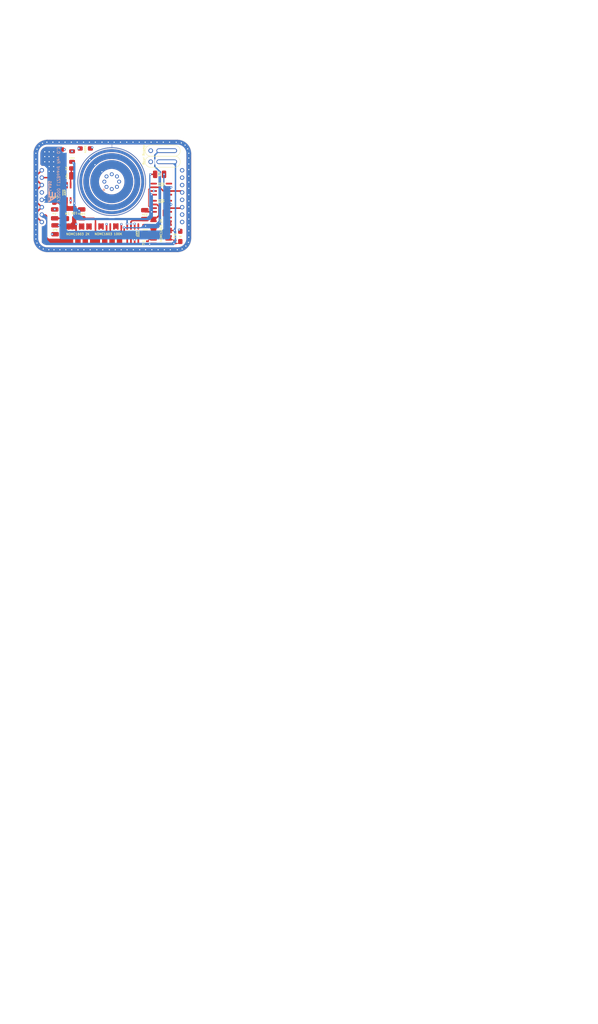
<source format=kicad_pcb>
(kicad_pcb (version 20211014) (generator pcbnew)
  (layers (0 "F.Cu" signal) (1 "In1.Cu" signal) (2 "In2.Cu" signal) (31 "B.Cu" signal) (34 "B.Paste" user) (35 "F.Paste" user) (36 "B.SilkS" user "B.Silkscreen") (37 "F.SilkS" user "F.Silkscreen") (38 "B.Mask" user) (39 "F.Mask" user) (44 "Edge.Cuts" user))
  (net 0 "")
  (net 1 "Net-(Rn2-Pad11)")
  (net 2 "Sense+")
  (net 3 "VSSA")
  (net 4 "Sense-")
  (net 5 "Net-(U7-Pad1)")
  (net 6 "Net-(U7-Pad8)")
  (net 7 "Net-(Rn2-Pad10)")
  (net 8 "Net-(U9-Pad1)")
  (net 9 "Net-(U9-Pad8)")
  (net 10 "Net-(Rn2-Pad6)")
  (net 11 "Net-(Rn1-Pad15)")
  (net 12 "Net-(Rn1-Pad2)")
  (net 13 "Net-(Rn1-Pad11)")
  (net 14 "Net-(Rn1-Pad6)")
  (net 15 "Net-(Rn3-Pad14)")
  (net 16 "Net-(Rn3-Pad1)")
  (net 17 "Net-(SZ1-Pad1)")
  (net 18 "Net-(U1-Pad1)")
  (net 19 "Net-(U1-Pad8)")
  (net 20 "Net-(U2-Pad1)")
  (net 21 "Net-(U2-Pad8)")
  (net 22 "Net-(R2-Pad1)")
  (net 23 "Net-(C1-Pad2)")
  (net 24 "Net-(C1-Pad1)")
  (net 25 "Net-(C2-Pad2)")
  (net 26 "Net-(C2-Pad1)")
  (net 27 "Net-(R3-Pad2)")
  (net 28 "Net-(C3-Pad2)")
  (net 29 "GNDPWR")
  (net 30 "Net-(C4-Pad2)")
  (net 31 "VPP")
  (net 32 "Net-(J4-Pad8)")
  (net 33 "Net-(J4-Pad6)")
  (net 34 "Net-(J4-Pad4)")
  (net 35 "Net-(J4-Pad1)")
  (net 36 "Net-(J5-Pad4)")
  (net 37 "Net-(J5-Pad2)")
  (net 38 "Net-(D1-Pad1)")
  (net 39 "Net-(D2-Pad1)")
  (net 40 "Net-(R5-Pad1)")
  (net 41 "Net-(J2-Pad2)")
  (net 42 "Net-(J1-Pad2)")
  (net 43 "Net-(Rn3-Pad3)")
  (footprint "CustFootprints:PrecRes" (layer "F.Cu") (at 81.408 18.234 90)
    (fp_text reference "Rcomp")
    (fp_text value "PrecRes")
  )
  (footprint "CustFootprints:TO5-8" (layer "F.Cu") (at 67.9968 28.8766 90)
    (fp_text reference "SZ1" hide)
    (fp_text value "LTZ1000" hide)
  )
  (footprint "CustFootprints:SOIC-8" (layer "F.Cu") (at 75.2358 46.8852 180)
    (fp_text reference "U7" hide)
    (fp_text value "ADA4523-1" hide)
  )
  (footprint "CustFootprints:PrecRes" (layer "F.Cu") (at 81.408 22.044 90)
    (fp_text reference "Rcur")
    (fp_text value "PrecRes")
  )
  (footprint "CustFootprints:SOIC-16" (layer "F.Cu") (at 56.3636 46.9106)
    (fp_text reference "Rn2" hide)
    (fp_text value "NOMC1603 2K")
  )
  (footprint "CustFootprints:SOIC-16" (layer "F.Cu") (at 66.8538 46.8852 180)
    (fp_text reference "Rn1" hide)
    (fp_text value "NOMC1603 100K")
  )
  (footprint "CustFootprints:SOIC-8" (layer "F.Cu") (at 85.0275 37.3475 -90)
    (fp_text reference "U1" hide)
    (fp_text value "ADA4523-1" hide)
  )
  (footprint "CustFootprints:SOIC-8" (layer "F.Cu") (at 53.214 32.712)
    (fp_text reference "U9" hide)
    (fp_text value "ADA4523-1")
  )
  (footprint "CustFootprints:SOIC-8" (layer "F.Cu") (at 85.044999 31.457501 -90)
    (fp_text reference "U2" hide)
    (fp_text value "ADA4523-1" hide)
  )
  (footprint "CustFootprints:1210" (layer "F.Cu") (at 48.388 39.951 -90)
    (fp_text reference "C1" hide)
    (fp_text value "Capacitor" hide)
  )
  (footprint "CustFootprints:1210" (layer "F.Cu") (at 52.579 26.87 180)
    (fp_text reference "C2" hide)
    (fp_text value "Capacitor" hide)
  )
  (footprint "CustFootprints:5x1" (layer "F.Cu") (at 46.483 24.965 -90)
    (fp_text reference "J5" hide)
    (fp_text value "8x1" hide)
  )
  (footprint "CustFootprints:1210" (layer "F.Cu") (at 57.659 39.951 -90)
    (fp_text reference "C3" hide)
    (fp_text value "Capacitor" hide)
  )
  (footprint "CustFootprints:1210" (layer "F.Cu") (at 79.376 40.205 -90)
    (fp_text reference "C4" hide)
    (fp_text value "Capacitor" hide)
  )
  (footprint "CustFootprints:5x1" (layer "F.Cu") (at 94.743 24.965 -90)
    (fp_text reference "J4" hide)
    (fp_text value "8x1" hide)
  )
  (footprint "CustFootprints:1N4148" (layer "F.Cu") (at 58.167 20.266 -90)
    (fp_text reference "D1" hide)
    (fp_text value "1N4148" hide)
  )
  (footprint "CustFootprints:1N4148" (layer "F.Cu") (at 75.693 45.92 90)
    (fp_text reference "D2" hide)
    (fp_text value "1N4148" hide)
  )
  (footprint "CustFootprints:PZT3904" (layer "F.Cu") (at 41.911 20.139 90)
    (fp_text reference "U3" hide)
    (fp_text value "NPN-Transistor" hide)
  )
  (footprint "CustFootprints:1206" (layer "F.Cu") (at 52.452 21.79)
    (fp_text reference "R5" hide)
    (fp_text value "RES" hide)
  )
  (footprint "CustFootprints:1206" (layer "F.Cu") (at 58.901 14.932)
    (fp_text reference "R3" hide)
    (fp_text value "RES" hide)
  )
  (footprint "CustFootprints:1206" (layer "F.Cu") (at 45.721 34.236 90)
    (fp_text reference "R4" hide)
    (fp_text value "RES" hide)
  )
  (footprint "CustFootprints:1206" (layer "F.Cu") (at 52.579 39.824 90)
    (fp_text reference "R2" hide)
    (fp_text value "RES" hide)
  )
  (footprint "CustFootprints:1206" (layer "F.Cu") (at 55.119 39.824 -90)
    (fp_text reference "R1" hide)
    (fp_text value "RES" hide)
  )
  (footprint "CustFootprints:1210" (layer "F.Cu") (at 84.456 26.362)
    (fp_text reference "C5" hide)
    (fp_text value "Capacitor" hide)
  )
  (footprint "CustFootprints:1210" (layer "F.Cu") (at 48.515 45.412 90)
    (fp_text reference "C6" hide)
    (fp_text value "Capacitor" hide)
  )
  (footprint "CustFootprints:SolderJumper" (layer "F.Cu") (at 77.725 49.857 90)
    (fp_text reference "J1" hide)
    (fp_text value "SolderJumper" hide)
  )
  (footprint "CustFootprints:SolderJumper" (layer "F.Cu") (at 87.25 49.603 90)
    (fp_text reference "J2" hide)
    (fp_text value "SolderJumper" hide)
  )
  (footprint "CustFootprints:1206" (layer "F.Cu") (at 89.028 47.698 90)
    (fp_text reference "R8" hide)
    (fp_text value "RES" hide)
  )
  (footprint "CustFootprints:SOIC-16" (layer "F.Cu") (at 84.964 45.666 -90)
    (fp_text reference "Rn3" hide)
    (fp_text value "NOMC1603")
  )
  (footprint "" (layer "F.Cu") (at 67.184 46.555 90)
    (fp_text reference "")
    (fp_text value "")
  )
  (footprint "" (layer "F.Cu") (at 67.691 150.368)
    (fp_text reference "")
    (fp_text value "")
  )
  (footprint "test:Tester" (layer "B.Cu") (at 47.118 32.331 90)
    (fp_text reference "G***" hide)
    (fp_text value "LOGO" hide)
  )
  (gr_circle (center 67.9968 28.8766) (end 67.7174 20.0882) (layer "F.Cu") (width 2) (fill none))
  (gr_circle (center 67.9968 28.8766) (end 68.0222 18.2086) (layer "F.Cu") (width 1) (fill none))
  (gr_arc (start 41.911 19.25) (mid 43.064121 16.466121) (end 45.848 15.313) (layer "F.Cu") (width 1.6))
  (gr_arc (start 94.489 48.333) (mid 93.335879 51.116879) (end 90.552 52.27) (layer "F.Cu") (width 1.6))
  (gr_arc (start 45.848 52.27) (mid 43.064121 51.116879) (end 41.911 48.333) (layer "F.Cu") (width 1.6))
  (gr_circle (center 67.9968 28.8766) (end 67.9968 17.217751) (layer "F.Cu") (width 0.25) (fill none))
  (gr_line (start 94.489 19.123) (end 94.489 48.333) (layer "F.Cu") (width 1.6))
  (gr_circle (center 67.9968 28.8766) (end 67.9968 22.983745) (layer "F.Cu") (width 3) (fill none))
  (gr_arc (start 90.552 15.313) (mid 93.335879 16.466121) (end 94.489 19.25) (layer "F.Cu") (width 1.6))
  (gr_line (start 68.073 17.218) (end 68.073 15.948) (layer "F.Cu") (width 0.127))
  (gr_circle (center 67.9968 28.8766) (end 67.9968 18.20857) (layer "B.Cu") (width 1) (fill none))
  (gr_circle (center 67.9968 28.8766) (end 67.9968 22.983745) (layer "B.Cu") (width 3) (fill none))
  (gr_circle (center 67.9968 28.8766) (end 67.9968 20.08376) (layer "B.Cu") (width 2) (fill none))
  (gr_arc (start 90.552 15.313) (mid 93.335879 16.466121) (end 94.489 19.25) (layer "B.Cu") (width 1.6))
  (gr_arc (start 41.911 19.25) (mid 43.064121 16.466121) (end 45.848 15.313) (layer "B.Cu") (width 1.6))
  (gr_arc (start 94.489 48.333) (mid 93.335879 51.116879) (end 90.552 52.27) (layer "B.Cu") (width 1.6))
  (gr_arc (start 45.848 52.27) (mid 43.064121 51.116879) (end 41.911 48.333) (layer "B.Cu") (width 1.6))
  (gr_circle (center 67.9968 28.8766) (end 68.073 17.218) (layer "B.Cu") (width 0.25) (fill none))
  (gr_line (start 68.073 17.218) (end 68.073 15.948) (layer "B.Cu") (width 0.127))
  (gr_circle (center 65.279 31.696) (end 65.279 31.569) (layer "B.SilkS") (width 0.3) (fill none))
  (gr_line (start 51.182 31.696) (end 51.182 33.601) (layer "F.SilkS") (width 0.25))
  (gr_line (start 84.075 29.41) (end 85.98 29.41) (layer "F.SilkS") (width 0.25))
  (gr_line (start 84.075 35.125) (end 85.98 35.125) (layer "F.SilkS") (width 0.25))
  (gr_line (start 77.344 45.92) (end 77.344 47.825) (layer "F.SilkS") (width 0.25))
  (gr_arc (start 90.552 14.297) (mid 94.0543 15.7477) (end 95.505 19.25) (layer "Edge.Cuts") (width 0.05))
  (gr_line (start 95.505 48.333) (end 95.505 19.25) (layer "Edge.Cuts") (width 0.05))
  (gr_arc (start 95.505 48.333) (mid 94.0543 51.8353) (end 90.552 53.286) (layer "Edge.Cuts") (width 0.05))
  (gr_arc (start 45.848 53.286) (mid 42.3457 51.8353) (end 40.895 48.333) (layer "Edge.Cuts") (width 0.05))
  (gr_line (start 90.552 53.286) (end 45.848 53.286) (layer "Edge.Cuts") (width 0.05))
  (gr_arc (start 40.895 19.25) (mid 42.3457 15.7477) (end 45.848 14.297) (layer "Edge.Cuts") (width 0.05))
  (gr_line (start 45.848 14.297) (end 90.552 14.297) (layer "Edge.Cuts") (width 0.05))
  (gr_line (start 40.895 48.333) (end 40.895 19.25) (layer "Edge.Cuts") (width 0.05))
  (gr_text "X7000 LTZBoard Rev 0.3" (at 49.658 26.489 270) (layer "B.SilkS") (effects (font (size 1 1) (thickness 0.15) italic) (justify mirror)))
  (gr_text "7.0" (at 89.79 47.571 90) (layer "F.SilkS") (effects (font (size 0.75 0.75) (thickness 0.1875))))
  (gr_text "7.1" (at 78.995 49.857 90) (layer "F.SilkS") (effects (font (size 0.75 0.75) (thickness 0.1875))))
  (gr_text "100n" (at 57.659 39.951 180) (layer "F.SilkS") (effects (font (size 0.7 0.7))))
  (gr_text "22n" (at 79.376 40.205 180) (layer "F.SilkS") (effects (font (size 0.7 0.7))))
  (gr_text "AMP" (at 76.582 46.809 270) (layer "F.SilkS") (effects (font (size 0.7 0.7))))
  (gr_text "ByP" (at 48.515 45.412 180) (layer "F.SilkS") (effects (font (size 0.6 0.6))))
  (gr_text "ByP" (at 84.456 26.235 90) (layer "F.SilkS") (effects (font (size 0.6 0.6))))
  (gr_text "Rl" (at 91.568 47.698 180) (layer "F.SilkS") (effects (font (size 0.6 0.6))))
  (gr_text "400K" (at 58.929 17.726 90) (layer "F.SilkS") (effects (font (size 0.7 0.7))))
  (gr_text "AMP" (at 85.091 30.172) (layer "F.SilkS") (effects (font (size 0.7 0.7))))
  (gr_text "Cond" (at 48.388 34.236 180) (layer "F.SilkS") (effects (font (size 0.7 0.7))))
  (gr_text "10K" (at 55.119 39.697 180) (layer "F.SilkS") (effects (font (size 0.75 0.75))))
  (gr_text "1K" (at 52.452 24.33 90) (layer "F.SilkS") (effects (font (size 0.7 0.7))))
  (gr_text "AMP" (at 51.944 32.585 90) (layer "F.SilkS") (effects (font (size 0.7 0.7))))
  (gr_text "AMP" (at 85.091 35.887) (layer "F.SilkS") (effects (font (size 0.7 0.7))))
  (gr_text "10n" (at 52.579 26.997 90) (layer "F.SilkS") (effects (font (size 0.7 0.7))))
  (gr_text "1M" (at 52.706 39.824 180) (layer "F.SilkS") (effects (font (size 0.75 0.75))))
  (gr_text ".1u" (at 48.388 39.951 180) (layer "F.SilkS") (effects (font (size 0.7 0.7))))
  (via (at 69.216 52.27) (size 0.8) (drill 0.4) (layers "F.Cu" "B.Cu") (net 0))
  (via (at 86.107 52.27) (size 0.8) (drill 0.4) (layers "F.Cu" "B.Cu") (net 0))
  (via (at 81.789 52.27) (size 0.8) (drill 0.4) (layers "F.Cu" "B.Cu") (net 0))
  (via (at 73.28 52.27) (size 0.8) (drill 0.4) (layers "F.Cu" "B.Cu") (net 0))
  (via (at 77.598 52.27) (size 0.8) (drill 0.4) (layers "F.Cu" "B.Cu") (net 0))
  (via (at 94.489 45.793) (size 0.8) (drill 0.4) (layers "F.Cu" "B.Cu") (net 0))
  (via (at 79.503 15.313) (size 0.8) (drill 0.4) (layers "F.Cu" "B.Cu") (net 0))
  (via (at 70.994 15.313) (size 0.8) (drill 0.4) (layers "F.Cu" "B.Cu") (net 0))
  (via (at 54.103 15.313) (size 0.8) (drill 0.4) (layers "F.Cu" "B.Cu") (net 0))
  (via (at 94.489 24.711) (size 0.8) (drill 0.4) (layers "F.Cu" "B.Cu") (net 0))
  (via (at 75.312 15.313) (size 0.8) (drill 0.4) (layers "F.Cu" "B.Cu") (net 0))
  (via (at 83.567 15.313) (size 0.8) (drill 0.4) (layers "F.Cu" "B.Cu") (net 0))
  (via (at 49.912 15.313) (size 0.8) (drill 0.4) (layers "F.Cu" "B.Cu") (net 0))
  (via (at 87.885 15.313) (size 0.8) (drill 0.4) (layers "F.Cu" "B.Cu") (net 0))
  (via (at 66.803 15.313) (size 0.8) (drill 0.4) (layers "F.Cu" "B.Cu") (net 0))
  (via (at 94.489 20.774) (size 0.8) (drill 0.4) (layers "F.Cu" "B.Cu") (net 0))
  (via (at 62.358 15.313) (size 0.8) (drill 0.4) (layers "F.Cu" "B.Cu") (net 0))
  (via (at 94.489 37.538) (size 0.8) (drill 0.4) (layers "F.Cu" "B.Cu") (net 0))
  (via (at 94.489 41.729) (size 0.8) (drill 0.4) (layers "F.Cu" "B.Cu") (net 0))
  (via (at 94.489 33.347) (size 0.8) (drill 0.4) (layers "F.Cu" "B.Cu") (net 0))
  (via (at 58.294 15.313) (size 0.8) (drill 0.4) (layers "F.Cu" "B.Cu") (net 0))
  (via (at 94.489 29.029) (size 0.8) (drill 0.4) (layers "F.Cu" "B.Cu") (net 0))
  (via (at 94.489 47.952) (size 0.8) (drill 0.4) (layers "F.Cu" "B.Cu") (net 0))
  (via (at 42.292 49.984) (size 0.8) (drill 0.4) (layers "F.Cu" "B.Cu") (net 0))
  (via (at 92.203 52.016) (size 0.8) (drill 0.4) (layers "F.Cu" "B.Cu") (net 0))
  (via (at 60.58 52.27) (size 0.8) (drill 0.4) (layers "F.Cu" "B.Cu") (net 0))
  (via (at 93.219 16.329) (size 0.8) (drill 0.4) (layers "F.Cu" "B.Cu") (net 0))
  (via (at 64.898 52.27) (size 0.8) (drill 0.4) (layers "F.Cu" "B.Cu") (net 0))
  (via (at 91.949 15.567) (size 0.8) (drill 0.4) (layers "F.Cu" "B.Cu") (net 0))
  (via (at 43.054 16.583) (size 0.8) (drill 0.4) (layers "F.Cu" "B.Cu") (net 0))
  (via (at 94.489 19.123) (size 0.8) (drill 0.4) (layers "F.Cu" "B.Cu") (net 0))
  (via (at 44.197 15.694) (size 0.8) (drill 0.4) (layers "F.Cu" "B.Cu") (net 0))
  (via (at 56.389 52.27) (size 0.8) (drill 0.4) (layers "F.Cu" "B.Cu") (net 0))
  (via (at 42.292 17.726) (size 0.8) (drill 0.4) (layers "F.Cu" "B.Cu") (net 0))
  (via (at 94.108 17.599) (size 0.8) (drill 0.4) (layers "F.Cu" "B.Cu") (net 0))
  (via (at 93.473 51) (size 0.8) (drill 0.4) (layers "F.Cu" "B.Cu") (net 0))
  (via (at 94.362 49.73) (size 0.8) (drill 0.4) (layers "F.Cu" "B.Cu") (net 0))
  (via (at 43.181 51.254) (size 0.8) (drill 0.4) (layers "F.Cu" "B.Cu") (net 0))
  (segment (start 56.9986 44.3106) (end 58.2686 44.3106) (width 0.508) (layer "F.Cu") (net 1))
  (via (at 82.424 32.077) (size 0.8) (drill 0.4) (layers "F.Cu" "B.Cu") (net 2))
  (segment (start 79.63 44.142) (end 79.63 44.12) (width 0.508) (layer "F.Cu") (net 3))
  (segment (start 67.4888 49.4852) (end 67.4888 48.0028) (width 0.508) (layer "F.Cu") (net 3))
  (segment (start 60.834 49.4852) (end 60.8086 49.5106) (width 0.508) (layer "F.Cu") (net 3))
  (segment (start 63.6788 49.4852) (end 62.4088 49.4852) (width 0.508) (layer "F.Cu") (net 3))
  (segment (start 67.4888 48.0028) (end 67.4888 47.7488) (width 0.25) (layer "F.Cu") (net 3))
  (segment (start 67.4888 47.7488) (end 67.3745 47.6345) (width 0.25) (layer "F.Cu") (net 3))
  (segment (start 71.6925 47.6345) (end 72.264 47.063) (width 0.508) (layer "F.Cu") (net 3))
  (segment (start 67.3745 47.6345) (end 67.6285 47.6345) (width 0.508) (layer "F.Cu") (net 3))
  (segment (start 67.4888 49.4852) (end 67.4888 48.3852) (width 0.508) (layer "F.Cu") (net 3))
  (segment (start 64.0725 47.6345) (end 67.1205 47.6345) (width 0.508) (layer "F.Cu") (net 3))
  (segment (start 68.7588 49.4852) (end 67.4888 49.4852) (width 0.25) (layer "F.Cu") (net 3))
  (segment (start 63.6788 48.0282) (end 64.0725 47.6345) (width 0.508) (layer "F.Cu") (net 3))
  (segment (start 72.264 47.063) (end 72.264 44.65) (width 0.508) (layer "F.Cu") (net 3))
  (segment (start 63.6788 49.4852) (end 63.6788 48.0282) (width 0.508) (layer "F.Cu") (net 3))
  (segment (start 62.358 49.4852) (end 62.4088 49.4852) (width 0.508) (layer "F.Cu") (net 3))
  (segment (start 67.1205 47.6345) (end 67.3745 47.6345) (width 0.508) (layer "F.Cu") (net 3))
  (segment (start 67.4888 47.7742) (end 67.6285 47.6345) (width 0.508) (layer "F.Cu") (net 3))
  (segment (start 63.6788 48.3852) (end 63.6788 49.4852) (width 0.508) (layer "F.Cu") (net 3))
  (segment (start 67.4888 49.4852) (end 67.4888 47.7742) (width 0.508) (layer "F.Cu") (net 3))
  (segment (start 67.6285 47.6345) (end 71.6925 47.6345) (width 0.508) (layer "F.Cu") (net 3))
  (via (at 79.63 44.142) (size 0.8) (drill 0.4) (layers "F.Cu" "B.Cu") (net 3))
  (via (at 72.264 44.65) (size 0.8) (drill 0.4) (layers "F.Cu" "B.Cu") (net 3))
  (segment (start 84.329 18.234) (end 82.805 19.758) (width 0.508) (layer "B.Cu") (net 3))
  (segment (start 84.71 42.618) (end 83.186 44.142) (width 0.508) (layer "B.Cu") (net 3))
  (segment (start 86.781 18.234) (end 84.329 18.234) (width 0.508) (layer "B.Cu") (net 3))
  (segment (start 83.186 44.142) (end 79.63 44.142) (width 0.508) (layer "B.Cu") (net 3))
  (segment (start 84.71 29.664) (end 84.71 39.443) (width 0.508) (layer "B.Cu") (net 3))
  (segment (start 84.71 39.443) (end 84.71 42.618) (width 0.508) (layer "B.Cu") (net 3))
  (segment (start 82.805 21.155) (end 82.805 23.06) (width 0.127) (layer "B.Cu") (net 3))
  (segment (start 79.503 44.269) (end 79.63 44.142) (width 0.508) (layer "B.Cu") (net 3))
  (segment (start 82.805 19.758) (end 82.805 21.028) (width 0.508) (layer "B.Cu") (net 3))
  (segment (start 82.805 23.695) (end 84.329 25.219) (width 0.508) (layer "B.Cu") (net 3))
  (segment (start 72.264 44.523) (end 72.391 44.65) (width 0.508) (layer "B.Cu") (net 3))
  (segment (start 82.805 23.695) (end 82.805 23.187) (width 0.508) (layer "B.Cu") (net 3))
  (segment (start 54.4586 49.5106) (end 54.4586 49.5106) (width 0.25) (layer "F.Cu") (net 4))
  (segment (start 82.118 50.357) (end 82.364 50.111) (width 0.25) (layer "F.Cu") (net 4))
  (segment (start 54.4586 49.5106) (end 53.1886 49.5106) (width 0.25) (layer "F.Cu") (net 4))
  (segment (start 90.298 50.103) (end 90.659 50.103) (width 0.25) (layer "F.Cu") (net 4))
  (segment (start 90.298 50.103) (end 89.79 50.103) (width 0.25) (layer "F.Cu") (net 4))
  (segment (start 89.921 50.107) (end 89.929 50.099) (width 0.508) (layer "F.Cu") (net 4))
  (segment (start 89.79 50.103) (end 90.913 50.103) (width 0.25) (layer "F.Cu") (net 4))
  (segment (start 90.913 50.103) (end 91.568 49.448) (width 0.25) (layer "F.Cu") (net 4))
  (segment (start 89.536 45.666) (end 88.266 45.666) (width 0.508) (layer "F.Cu") (net 4))
  (segment (start 80.265 50.357) (end 82.118 50.357) (width 0.25) (layer "F.Cu") (net 4))
  (segment (start 43.943 40.205) (end 44.197 40.205) (width 0.508) (layer "F.Cu") (net 4))
  (segment (start 44.197 40.205) (end 44.578 40.586) (width 0.508) (layer "F.Cu") (net 4))
  (via (at 81.027 50.365) (size 0.8) (drill 0.4) (layers "F.Cu" "B.Cu") (net 4))
  (via (at 89.3455 50.111) (size 0.8) (drill 0.4) (layers "F.Cu" "B.Cu") (net 4))
  (via (at 89.536 45.666) (size 0.8) (drill 0.4) (layers "F.Cu" "B.Cu") (net 4))
  (segment (start 88.901 22.298) (end 89.79 23.187) (width 0.508) (layer "B.Cu") (net 4))
  (segment (start 43.943 40.205) (end 44.197 40.205) (width 0.508) (layer "B.Cu") (net 4))
  (segment (start 44.197 40.205) (end 44.705 40.713) (width 0.508) (layer "B.Cu") (net 4))
  (segment (start 86.908 22.044) (end 88.901 22.044) (width 0.508) (layer "B.Cu") (net 4))
  (segment (start 60.8086 44.3106) (end 59.5386 44.3106) (width 0.25) (layer "F.Cu") (net 7))
  (segment (start 71.2988 49.4852) (end 70.0288 49.4852) (width 0.25) (layer "F.Cu") (net 11))
  (segment (start 87.564 42.491) (end 87.564 43.761) (width 0.25) (layer "F.Cu") (net 15))
  (segment (start 82.4275 41.2845) (end 83.44 41.2845) (width 0.508) (layer "F.Cu") (net 16))
  (segment (start 82.4275 36.7125) (end 83.5275 36.7125) (width 0.508) (layer "F.Cu") (net 16))
  (segment (start 83.5275 36.7125) (end 84.202 37.387) (width 0.508) (layer "F.Cu") (net 16))
  (segment (start 83.44 41.2845) (end 84.202 40.5225) (width 0.508) (layer "F.Cu") (net 16))
  (segment (start 84.202 40.5225) (end 84.202 37.387) (width 0.508) (layer "F.Cu") (net 16))
  (segment (start 51.803 17.839) (end 51.817 17.853) (width 0.25) (layer "F.Cu") (net 17))
  (segment (start 50.751 17.839) (end 51.803 17.839) (width 0.25) (layer "F.Cu") (net 17))
  (via (at 51.817 17.853) (size 0.8) (drill 0.4) (layers "F.Cu" "B.Cu") (net 17))
  (segment (start 51.9186 44.3106) (end 51.9186 44.3106) (width 0.508) (layer "F.Cu") (net 22))
  (segment (start 56.9986 49.5106) (end 55.7286 49.5106) (width 0.25) (layer "F.Cu") (net 22))
  (segment (start 55.7286 49.5106) (end 55.7286 44.3106) (width 0.508) (layer "F.Cu") (net 22))
  (segment (start 54.4586 44.3106) (end 54.4586 44.3106) (width 0.25) (layer "F.Cu") (net 22))
  (via (at 55.754 43.507) (size 0.8) (drill 0.4) (layers "F.Cu" "B.Cu") (net 22))
  (segment (start 48.388 41.475) (end 52.5155 41.475) (width 0.508) (layer "F.Cu") (net 23))
  (via (at 56.643 17.472) (size 0.8) (drill 0.4) (layers "F.Cu" "B.Cu") (net 24))
  (via (at 48.388 38.427) (size 0.8) (drill 0.4) (layers "F.Cu" "B.Cu") (net 24))
  (segment (start 50.2295 27.6955) (end 50.2295 36.7125) (width 0.508) (layer "F.Cu") (net 25))
  (segment (start 52.579 35.312) (end 52.579 38.074) (width 0.508) (layer "F.Cu") (net 25))
  (segment (start 49.63 36.113) (end 50.2295 36.7125) (width 0.508) (layer "F.Cu") (net 25))
  (segment (start 48.261 36.113) (end 49.63 36.113) (width 0.508) (layer "F.Cu") (net 25))
  (segment (start 52.579 38.3635) (end 52.5155 38.427) (width 0.25) (layer "F.Cu") (net 25))
  (segment (start 52.5155 38.427) (end 51.944 38.427) (width 0.508) (layer "F.Cu") (net 25))
  (segment (start 50.16049 27.76451) (end 51.055 26.87) (width 0.25) (layer "F.Cu") (net 25))
  (segment (start 52.579 35.312) (end 52.579 38.3635) (width 0.25) (layer "F.Cu") (net 25))
  (segment (start 51.944 38.427) (end 50.2295 36.7125) (width 0.508) (layer "F.Cu") (net 25))
  (segment (start 51.055 26.87) (end 50.2295 27.6955) (width 0.508) (layer "F.Cu") (net 25))
  (segment (start 55.627 38.427) (end 52.452 38.427) (width 0.508) (layer "F.Cu") (net 25))
  (segment (start 53.849 30.112) (end 53.849 27.505) (width 0.508) (layer "F.Cu") (net 26))
  (segment (start 54.103 26.87) (end 54.103 24.457) (width 0.508) (layer "F.Cu") (net 26))
  (segment (start 61.2635 17.1395) (end 60.931 17.472) (width 0.25) (layer "F.Cu") (net 27))
  (via (at 75.8708 43.38) (size 0.8) (drill 0.4) (layers "F.Cu" "B.Cu") (net 27))
  (via (at 61.2635 17.1395) (size 0.8) (drill 0.4) (layers "F.Cu" "B.Cu") (net 27))
  (segment (start 62.4088 44.2852) (end 62.4088 45.7168) (width 0.508) (layer "F.Cu") (net 28))
  (segment (start 62.4088 45.7168) (end 62.739 46.047) (width 0.508) (layer "F.Cu") (net 28))
  (segment (start 66.2188 44.2852) (end 66.2188 45.6787) (width 0.508) (layer "F.Cu") (net 28))
  (segment (start 66.2188 45.6787) (end 65.8505 46.047) (width 0.508) (layer "F.Cu") (net 28))
  (segment (start 65.8505 46.047) (end 62.739 46.047) (width 0.508) (layer "F.Cu") (net 28))
  (segment (start 62.4088 44.2852) (end 62.4088 42.0338) (width 0.508) (layer "F.Cu") (net 28))
  (segment (start 61.85 41.475) (end 57.659 41.475) (width 0.508) (layer "F.Cu") (net 28))
  (segment (start 62.4088 44.2852) (end 62.4088 43.1852) (width 0.508) (layer "F.Cu") (net 28))
  (segment (start 62.4088 42.0338) (end 61.85 41.475) (width 0.508) (layer "F.Cu") (net 28))
  (via (at 66.2188 43.507) (size 0.8) (drill 0.4) (layers "F.Cu" "B.Cu") (net 28))
  (via (at 53.849 35.3155) (size 0.8) (drill 0.4) (layers "F.Cu" "B.Cu") (net 28))
  (segment (start 43.943 37.665) (end 42.726999 38.881001) (width 0.508) (layer "F.Cu") (net 29))
  (segment (start 42.726999 41.528999) (end 43.943 42.745) (width 0.508) (layer "F.Cu") (net 29))
  (segment (start 81.7255 39.2525) (end 79.4395 39.2525) (width 0.508) (layer "F.Cu") (net 29))
  (segment (start 45.897 15.313) (end 90.552 15.313) (width 1.6) (layer "F.Cu") (net 29))
  (segment (start 94.489 47.952) (end 94.489 19.549) (width 1.6) (layer "F.Cu") (net 29))
  (segment (start 41.911 48.333) (end 41.911 19.549) (width 1.6) (layer "F.Cu") (net 29))
  (segment (start 82.4275 39.2525) (end 81.7255 39.2525) (width 0.508) (layer "F.Cu") (net 29))
  (segment (start 43.943 42.745) (end 42.546 41.348) (width 0.508) (layer "F.Cu") (net 29))
  (segment (start 42.546 36.268) (end 43.943 37.665) (width 0.508) (layer "F.Cu") (net 29))
  (segment (start 43.943 30.045) (end 42.546 31.442) (width 0.508) (layer "F.Cu") (net 29))
  (segment (start 47.499 46.936) (end 48.515 46.936) (width 0.508) (layer "F.Cu") (net 29))
  (segment (start 90.525 52.27) (end 45.975 52.27) (width 1.6) (layer "F.Cu") (net 29))
  (segment (start 43.943 24.965) (end 42.726999 26.181001) (width 0.508) (layer "F.Cu") (net 29))
  (segment (start 80.4555 39.2525) (end 80.392 39.189) (width 0.508) (layer "F.Cu") (net 29))
  (segment (start 42.546 39.062) (end 43.943 37.665) (width 0.508) (layer "F.Cu") (net 29))
  (segment (start 42.726999 28.828999) (end 43.943 30.045) (width 0.508) (layer "F.Cu") (net 29))
  (segment (start 82.932 26.362) (end 81.281 26.362) (width 0.508) (layer "F.Cu") (net 29))
  (segment (start 42.546 26.362) (end 43.943 24.965) (width 0.508) (layer "F.Cu") (net 29))
  (segment (start 43.943 30.045) (end 42.546 28.648) (width 0.508) (layer "F.Cu") (net 29))
  (via (at 41.911 47.063) (size 0.8) (drill 0.4) (layers "F.Cu" "B.Cu") (net 29))
  (via (at 94.489 31.188) (size 0.8) (drill 0.4) (layers "F.Cu" "B.Cu") (net 29))
  (via (at 41.911 31.696) (size 0.8) (drill 0.4) (layers "F.Cu" "B.Cu") (net 29))
  (via (at 50.166 52.27) (size 0.8) (drill 0.4) (layers "F.Cu" "B.Cu") (net 29))
  (via (at 45.695 15.313) (size 0.8) (drill 0.4) (layers "F.Cu" "B.Cu") (net 29))
  (via (at 55.119 36.268) (size 0.8) (drill 0.4) (layers "F.Cu" "B.Cu") (net 29))
  (via (at 41.911 19.123) (size 0.8) (drill 0.4) (layers "F.Cu" "B.Cu") (net 29))
  (via (at 81.535 15.313) (size 0.8) (drill 0.4) (layers "F.Cu" "B.Cu") (net 29))
  (via (at 41.911 48.587) (size 0.8) (drill 0.4) (layers "F.Cu" "B.Cu") (net 29))
  (via (at 73.28 43.38) (size 0.8) (drill 0.4) (layers "F.Cu" "B.Cu") (net 29))
  (via (at 41.911 35.76) (size 0.8) (drill 0.4) (layers "F.Cu" "B.Cu") (net 29))
  (via (at 90.552 52.27) (size 0.8) (drill 0.4) (layers "F.Cu" "B.Cu") (net 29))
  (via (at 58.421 52.27) (size 0.8) (drill 0.4) (layers "F.Cu" "B.Cu") (net 29))
  (via (at 56.135 15.313) (size 0.8) (drill 0.4) (layers "F.Cu" "B.Cu") (net 29))
  (via (at 60.326 15.313) (size 0.8) (drill 0.4) (layers "F.Cu" "B.Cu") (net 29))
  (via (at 64.644 15.313) (size 0.8) (drill 0.4) (layers "F.Cu" "B.Cu") (net 29))
  (via (at 41.911 41.602) (size 0.8) (drill 0.4) (layers "F.Cu" "B.Cu") (net 29))
  (via (at 41.911 45.412) (size 0.8) (drill 0.4) (layers "F.Cu" "B.Cu") (net 29))
  (via (at 77.471 15.313) (size 0.8) (drill 0.4) (layers "F.Cu" "B.Cu") (net 29))
  (via (at 67.184 52.27) (size 0.8) (drill 0.4) (layers "F.Cu" "B.Cu") (net 29))
  (via (at 94.489 43.761) (size 0.8) (drill 0.4) (layers "F.Cu" "B.Cu") (net 29))
  (via (at 41.911 39.57) (size 0.8) (drill 0.4) (layers "F.Cu" "B.Cu") (net 29))
  (via (at 47.753 15.313) (size 0.8) (drill 0.4) (layers "F.Cu" "B.Cu") (net 29))
  (via (at 41.911 43.634) (size 0.8) (drill 0.4) (layers "F.Cu" "B.Cu") (net 29))
  (via (at 94.489 35.506) (size 0.8) (drill 0.4) (layers "F.Cu" "B.Cu") (net 29))
  (via (at 62.866 52.27) (size 0.8) (drill 0.4) (layers "F.Cu" "B.Cu") (net 29))
  (via (at 88.139 52.27) (size 0.8) (drill 0.4) (layers "F.Cu" "B.Cu") (net 29))
  (via (at 41.911 37.665) (size 0.8) (drill 0.4) (layers "F.Cu" "B.Cu") (net 29))
  (via (at 41.911 33.728) (size 0.8) (drill 0.4) (layers "F.Cu" "B.Cu") (net 29))
  (via (at 94.489 47.952) (size 0.8) (drill 0.4) (layers "F.Cu" "B.Cu") (net 29))
  (via (at 52.198 52.27) (size 0.8) (drill 0.4) (layers "F.Cu" "B.Cu") (net 29))
  (via (at 47.499 46.936) (size 0.8) (drill 0.4) (layers "F.Cu" "B.Cu") (net 29))
  (via (at 79.63 52.27) (size 0.8) (drill 0.4) (layers "F.Cu" "B.Cu") (net 29))
  (via (at 81.281 26.362) (size 0.8) (drill 0.4) (layers "F.Cu" "B.Cu") (net 29))
  (via (at 94.489 39.57) (size 0.8) (drill 0.4) (layers "F.Cu" "B.Cu") (net 29))
  (via (at 85.726 15.313) (size 0.8) (drill 0.4) (layers "F.Cu" "B.Cu") (net 29))
  (via (at 81.662 39.2525) (size 0.8) (drill 0.4) (layers "F.Cu" "B.Cu") (net 29))
  (via (at 41.911 29.537) (size 0.8) (drill 0.4) (layers "F.Cu" "B.Cu") (net 29))
  (via (at 73.153 15.313) (size 0.8) (drill 0.4) (layers "F.Cu" "B.Cu") (net 29))
  (via (at 46.356 52.27) (size 0.8) (drill 0.4) (layers "F.Cu" "B.Cu") (net 29))
  (via (at 51.944 15.313) (size 0.8) (drill 0.4) (layers "F.Cu" "B.Cu") (net 29))
  (via (at 41.911 21.155) (size 0.8) (drill 0.4) (layers "F.Cu" "B.Cu") (net 29))
  (via (at 94.489 22.806) (size 0.8) (drill 0.4) (layers "F.Cu" "B.Cu") (net 29))
  (via (at 81.662 33.347) (size 0.8) (drill 0.4) (layers "F.Cu" "B.Cu") (net 29))
  (via (at 56.77 38.808) (size 0.8) (drill 0.4) (layers "F.Cu" "B.Cu") (net 29))
  (via (at 75.439 52.27) (size 0.8) (drill 0.4) (layers "F.Cu" "B.Cu") (net 29))
  (via (at 94.489 26.997) (size 0.8) (drill 0.4) (layers "F.Cu" "B.Cu") (net 29))
  (via (at 68.835 15.313) (size 0.8) (drill 0.4) (layers "F.Cu" "B.Cu") (net 29))
  (via (at 41.911 25.219) (size 0.8) (drill 0.4) (layers "F.Cu" "B.Cu") (net 29))
  (via (at 41.911 27.251) (size 0.8) (drill 0.4) (layers "F.Cu" "B.Cu") (net 29))
  (via (at 90.171 15.313) (size 0.8) (drill 0.4) (layers "F.Cu" "B.Cu") (net 29))
  (via (at 41.911 23.06) (size 0.8) (drill 0.4) (layers "F.Cu" "B.Cu") (net 29))
  (via (at 48.134 52.27) (size 0.8) (drill 0.4) (layers "F.Cu" "B.Cu") (net 29))
  (via (at 83.948 52.27) (size 0.8) (drill 0.4) (layers "F.Cu" "B.Cu") (net 29))
  (via (at 54.738 22.425) (size 0.8) (drill 0.4) (layers "F.Cu" "B.Cu") (net 29))
  (via (at 44.451 52.016) (size 0.8) (drill 0.4) (layers "F.Cu" "B.Cu") (net 29))
  (via (at 71.248 52.27) (size 0.8) (drill 0.4) (layers "F.Cu" "B.Cu") (net 29))
  (via (at 54.23 52.27) (size 0.8) (drill 0.4) (layers "F.Cu" "B.Cu") (net 29))
  (segment (start 67.184 52.27) (end 62.866 52.27) (width 1.6) (layer "B.Cu") (net 29))
  (segment (start 71.248 52.27) (end 67.184 52.27) (width 1.6) (layer "B.Cu") (net 29))
  (segment (start 62.866 52.27) (end 58.421 52.27) (width 1.6) (layer "B.Cu") (net 29))
  (segment (start 58.421 52.27) (end 54.23 52.27) (width 1.6) (layer "B.Cu") (net 29))
  (segment (start 54.23 52.27) (end 50.166 52.27) (width 1.6) (layer "B.Cu") (net 29))
  (segment (start 50.166 52.27) (end 46.356 52.27) (width 1.6) (layer "B.Cu") (net 29))
  (segment (start 46.356 52.27) (end 45.975 52.27) (width 1.6) (layer "B.Cu") (net 29))
  (segment (start 41.911 45.412) (end 41.911 41.602) (width 1.6) (layer "B.Cu") (net 29))
  (segment (start 41.911 41.602) (end 41.911 37.665) (width 1.6) (layer "B.Cu") (net 29))
  (segment (start 41.911 37.665) (end 41.911 33.728) (width 1.6) (layer "B.Cu") (net 29))
  (segment (start 41.911 33.728) (end 41.911 29.537) (width 1.6) (layer "B.Cu") (net 29))
  (segment (start 41.911 29.537) (end 41.911 25.219) (width 1.6) (layer "B.Cu") (net 29))
  (segment (start 41.911 25.219) (end 41.911 21.155) (width 1.6) (layer "B.Cu") (net 29))
  (segment (start 41.911 21.155) (end 41.911 19.549) (width 1.6) (layer "B.Cu") (net 29))
  (segment (start 47.753 15.313) (end 47.88 15.313) (width 1.6) (layer "B.Cu") (net 29))
  (segment (start 51.944 15.313) (end 56.135 15.313) (width 1.6) (layer "B.Cu") (net 29))
  (segment (start 56.135 15.313) (end 60.326 15.313) (width 1.6) (layer "B.Cu") (net 29))
  (segment (start 60.326 15.313) (end 64.644 15.313) (width 1.6) (layer "B.Cu") (net 29))
  (segment (start 64.644 15.313) (end 68.835 15.313) (width 1.6) (layer "B.Cu") (net 29))
  (segment (start 68.835 15.313) (end 73.153 15.313) (width 1.6) (layer "B.Cu") (net 29))
  (segment (start 73.153 15.313) (end 77.471 15.313) (width 1.6) (layer "B.Cu") (net 29))
  (segment (start 77.471 15.313) (end 81.535 15.313) (width 1.6) (layer "B.Cu") (net 29))
  (segment (start 81.535 15.313) (end 85.726 15.313) (width 1.6) (layer "B.Cu") (net 29))
  (segment (start 85.853 15.313) (end 89.79 15.313) (width 1.6) (layer "B.Cu") (net 29))
  (segment (start 89.917 15.313) (end 90.171 15.313) (width 1.6) (layer "B.Cu") (net 29))
  (segment (start 94.489 22.634) (end 94.489 19.377) (width 1.6) (layer "B.Cu") (net 29))
  (segment (start 94.489 26.997) (end 94.489 22.806) (width 1.6) (layer "B.Cu") (net 29))
  (segment (start 94.489 31.188) (end 94.489 26.997) (width 1.6) (layer "B.Cu") (net 29))
  (segment (start 94.489 35.506) (end 94.489 31.188) (width 1.6) (layer "B.Cu") (net 29))
  (segment (start 94.489 39.57) (end 94.489 35.506) (width 1.6) (layer "B.Cu") (net 29))
  (segment (start 94.489 43.761) (end 94.489 39.57) (width 1.6) (layer "B.Cu") (net 29))
  (segment (start 88.266 52.27) (end 84.075 52.27) (width 1.6) (layer "B.Cu") (net 29))
  (segment (start 83.948 52.27) (end 79.63 52.27) (width 1.6) (layer "B.Cu") (net 29))
  (segment (start 79.63 52.27) (end 75.439 52.27) (width 1.6) (layer "B.Cu") (net 29))
  (segment (start 75.439 52.27) (end 71.248 52.27) (width 1.6) (layer "B.Cu") (net 29))
  (segment (start 45.695 15.313) (end 45.695 15.313) (width 1.6) (layer "B.Cu") (net 29))
  (segment (start 94.489 47.952) (end 94.489 47.952) (width 1.6) (layer "B.Cu") (net 29))
  (segment (start 41.911 48.333) (end 41.911 48.333) (width 1.6) (layer "B.Cu") (net 29))
  (segment (start 45.695 15.313) (end 46.737 15.313) (width 1.6) (layer "B.Cu") (net 29))
  (segment (start 46.737 15.313) (end 47.753 15.313) (width 1.6) (layer "B.Cu") (net 29))
  (segment (start 47.88 15.313) (end 49.023 15.313) (width 1.6) (layer "B.Cu") (net 29))
  (segment (start 49.023 15.313) (end 51.944 15.313) (width 1.6) (layer "B.Cu") (net 29))
  (segment (start 90.171 15.313) (end 90.57 15.313) (width 1.6) (layer "B.Cu") (net 29))
  (segment (start 94.489 19.549) (end 94.489 19.549) (width 1.6) (layer "B.Cu") (net 29))
  (segment (start 94.489 48.206) (end 94.489 44.015) (width 1.6) (layer "B.Cu") (net 29))
  (segment (start 90.425 52.27) (end 88.367 52.27) (width 1.6) (layer "B.Cu") (net 29))
  (segment (start 45.975 52.27) (end 45.975 52.27) (width 1.6) (layer "B.Cu") (net 29))
  (segment (start 41.911 48.333) (end 41.911 45.412) (width 1.6) (layer "B.Cu") (net 29))
  (segment (start 54.738 22.425) (end 55.119 22.425) (width 0.25) (layer "B.Cu") (net 29))
  (segment (start 73.28 43.126) (end 73.28 42.745) (width 0.508) (layer "B.Cu") (net 29))
  (segment (start 81.281 26.362) (end 81.154 26.362) (width 0.508) (layer "B.Cu") (net 29))
  (segment (start 55.119 37.919) (end 55.119 36.268) (width 0.508) (layer "B.Cu") (net 29))
  (segment (start 81.662 39.189) (end 81.7255 39.2525) (width 0.508) (layer "B.Cu") (net 29))
  (segment (start 81.662 33.347) (end 81.662 39.189) (width 0.508) (layer "B.Cu") (net 29))
  (segment (start 73.28 42.745) (end 73.28 41.983) (width 0.508) (layer "B.Cu") (net 29))
  (segment (start 71.2988 44.2852) (end 71.2988 45.6787) (width 0.508) (layer "F.Cu") (net 30))
  (segment (start 70.9305 46.047) (end 67.819 46.047) (width 0.508) (layer "F.Cu") (net 30))
  (segment (start 74.6008 44.2852) (end 74.6008 43.1852) (width 0.25) (layer "F.Cu") (net 30))
  (segment (start 74.6008 44.2852) (end 74.617 44.2852) (width 0.25) (layer "F.Cu") (net 30))
  (segment (start 74.617 44.2852) (end 74.6262 44.2944) (width 0.25) (layer "F.Cu") (net 30))
  (segment (start 67.4888 45.7168) (end 67.819 46.047) (width 0.508) (layer "F.Cu") (net 30))
  (segment (start 75.566 42.237) (end 75.5575 42.2285) (width 0.508) (layer "F.Cu") (net 30))
  (segment (start 74.6262 43.1598) (end 74.6262 44.2944) (width 0.508) (layer "F.Cu") (net 30))
  (segment (start 75.058 42.237) (end 75.566 42.237) (width 0.508) (layer "F.Cu") (net 30))
  (segment (start 71.2988 45.6787) (end 70.9305 46.047) (width 0.508) (layer "F.Cu") (net 30))
  (segment (start 80.392 42.237) (end 75.566 42.237) (width 0.508) (layer "F.Cu") (net 30))
  (segment (start 67.4888 44.2852) (end 67.4888 45.7168) (width 0.508) (layer "F.Cu") (net 30))
  (segment (start 74.6008 44.2852) (end 74.6008 42.6942) (width 0.508) (layer "F.Cu") (net 30))
  (segment (start 74.6008 42.6942) (end 75.058 42.237) (width 0.508) (layer "F.Cu") (net 30))
  (via (at 71.3115 43.507) (size 0.8) (drill 0.4) (layers "F.Cu" "B.Cu") (net 30))
  (via (at 74.6262 43.38) (size 0.8) (drill 0.4) (layers "F.Cu" "B.Cu") (net 30))
  (segment (start 46.438 20.266) (end 48.007 20.266) (width 0.25) (layer "F.Cu") (net 31))
  (segment (start 48.007 20.266) (end 49.658 20.266) (width 0.25) (layer "F.Cu") (net 31))
  (segment (start 46.438 20.266) (end 46.438 20.266) (width 0.25) (layer "F.Cu") (net 31))
  (via (at 48.007 23.695) (size 0.8) (drill 0.4) (layers "F.Cu" "B.Cu") (net 31))
  (via (at 44.959 18.615) (size 0.8) (drill 0.4) (layers "F.Cu" "B.Cu") (net 31))
  (via (at 85.98 26.362) (size 0.8) (drill 0.4) (layers "F.Cu" "B.Cu") (net 31))
  (via (at 46.483 25.346) (size 0.8) (drill 0.4) (layers "F.Cu" "B.Cu") (net 31))
  (via (at 48.007 22.044) (size 0.8) (drill 0.4) (layers "F.Cu" "B.Cu") (net 31))
  (via (at 48.007 25.346) (size 0.8) (drill 0.4) (layers "F.Cu" "B.Cu") (net 31))
  (via (at 75.841655 48.815732) (size 0.8) (drill 0.4) (layers "F.Cu" "B.Cu") (net 31))
  (via (at 48.007 20.266) (size 0.8) (drill 0.4) (layers "F.Cu" "B.Cu") (net 31))
  (via (at 46.438 20.266) (size 0.8) (drill 0.4) (layers "F.Cu" "B.Cu") (net 31))
  (via (at 44.959 22.044) (size 0.8) (drill 0.4) (layers "F.Cu" "B.Cu") (net 31))
  (via (at 46.483 22.044) (size 0.8) (drill 0.4) (layers "F.Cu" "B.Cu") (net 31))
  (via (at 88.393 30.807) (size 0.8) (drill 0.4) (layers "F.Cu" "B.Cu") (net 31))
  (via (at 48.007 18.615) (size 0.8) (drill 0.4) (layers "F.Cu" "B.Cu") (net 31))
  (via (at 46.483 23.695) (size 0.8) (drill 0.4) (layers "F.Cu" "B.Cu") (net 31))
  (via (at 44.959 20.266) (size 0.8) (drill 0.4) (layers "F.Cu" "B.Cu") (net 31))
  (via (at 46.483 18.615) (size 0.8) (drill 0.4) (layers "F.Cu" "B.Cu") (net 31))
  (via (at 52.579 30.172) (size 0.8) (drill 0.4) (layers "F.Cu" "B.Cu") (net 31))
  (via (at 49.785 43.888) (size 0.8) (drill 0.4) (layers "F.Cu" "B.Cu") (net 31))
  (via (at 88.393 36.7125) (size 0.8) (drill 0.4) (layers "F.Cu" "B.Cu") (net 31))
  (segment (start 46.483 23.695) (end 46.483 18.615) (width 0.508) (layer "B.Cu") (net 31))
  (segment (start 46.483 25.219) (end 46.483 23.695) (width 0.508) (layer "B.Cu") (net 31))
  (segment (start 52.579 30.172) (end 51.563 30.172) (width 0.25) (layer "B.Cu") (net 31))
  (segment (start 46.483 32.585) (end 46.483 25.219) (width 0.508) (layer "B.Cu") (net 31))
  (segment (start 75.841655 48.815732) (end 75.841655 48.227655) (width 0.25) (layer "B.Cu") (net 31))
  (segment (start 49.785 43.888) (end 50.293 43.888) (width 0.25) (layer "B.Cu") (net 31))
  (segment (start 87.6275 36.7125) (end 87.6275 30.8105) (width 0.508) (layer "B.Cu") (net 31))
  (segment (start 43.562 35.125) (end 52.198 35.125) (width 0.508) (layer "B.Cu") (net 31))
  (segment (start 87.6275 30.8105) (end 87.631 30.807) (width 0.508) (layer "B.Cu") (net 31))
  (segment (start 87.6275 48.158964) (end 87.6275 36.7125) (width 0.508) (layer "B.Cu") (net 31))
  (segment (start 87.6275 37.9825) (end 86.5275 37.9825) (width 0.508) (layer "F.Cu") (net 33))
  (segment (start 87.6275 37.9825) (end 91.3775 37.9825) (width 0.508) (layer "F.Cu") (net 33))
  (segment (start 91.8855 37.9825) (end 92.203 37.665) (width 0.508) (layer "F.Cu") (net 33))
  (segment (start 86.5275 41.2845) (end 85.7895 40.5465) (width 0.508) (layer "F.Cu") (net 33))
  (segment (start 92.2665 37.9825) (end 92.457 37.792) (width 0.508) (layer "F.Cu") (net 33))
  (segment (start 92.3935 37.8555) (end 92.457 37.792) (width 0.508) (layer "F.Cu") (net 33))
  (segment (start 91.3775 37.9825) (end 91.8855 37.9825) (width 0.508) (layer "F.Cu") (net 33))
  (segment (start 86.5275 37.9825) (end 85.7895 38.7205) (width 0.508) (layer "F.Cu") (net 33))
  (segment (start 91.3775 37.9825) (end 91.7585 37.9825) (width 0.508) (layer "F.Cu") (net 33))
  (segment (start 85.7895 40.5465) (end 85.7895 38.7205) (width 0.508) (layer "F.Cu") (net 33))
  (segment (start 87.6275 37.9825) (end 90.8695 37.9825) (width 0.508) (layer "F.Cu") (net 33))
  (segment (start 87.6275 41.2845) (end 86.5275 41.2845) (width 0.508) (layer "F.Cu") (net 33))
  (segment (start 91.710501 32.092501) (end 92.203 32.585) (width 0.508) (layer "F.Cu") (net 34))
  (segment (start 80.646 37.301) (end 80.646 31.5215) (width 0.25) (layer "F.Cu") (net 34))
  (segment (start 82.4275 37.9825) (end 81.3275 37.9825) (width 0.25) (layer "F.Cu") (net 34))
  (segment (start 87.644999 32.092501) (end 91.710501 32.092501) (width 0.508) (layer "F.Cu") (net 34))
  (segment (start 85.741501 32.092501) (end 84.471501 30.822501) (width 0.508) (layer "F.Cu") (net 34))
  (segment (start 81.3275 37.9825) (end 80.646 37.301) (width 0.25) (layer "F.Cu") (net 34))
  (segment (start 87.644999 32.092501) (end 85.741501 32.092501) (width 0.508) (layer "F.Cu") (net 34))
  (segment (start 81.344999 30.822501) (end 82.444999 30.822501) (width 0.25) (layer "F.Cu") (net 34))
  (segment (start 84.471501 30.822501) (end 82.444999 30.822501) (width 0.508) (layer "F.Cu") (net 34))
  (segment (start 91.837501 32.092501) (end 92.457 32.712) (width 0.508) (layer "F.Cu") (net 34))
  (segment (start 90.186501 32.092501) (end 87.644999 32.092501) (width 0.508) (layer "F.Cu") (net 34))
  (segment (start 80.646 31.5215) (end 81.344999 30.822501) (width 0.25) (layer "F.Cu") (net 34))
  (via (at 91.187 45.412) (size 0.8) (drill 0.4) (layers "F.Cu" "B.Cu") (net 34))
  (segment (start 48.261 32.585) (end 48.261 27.886) (width 0.508) (layer "F.Cu") (net 37))
  (segment (start 47.88 27.505) (end 43.943 27.505) (width 0.508) (layer "F.Cu") (net 37))
  (segment (start 48.261 27.886) (end 47.88 27.505) (width 0.508) (layer "F.Cu") (net 37))
  (via (at 60.453 21.3455) (size 0.8) (drill 0.4) (layers "F.Cu" "B.Cu") (net 38))
  (via (at 64.6186 25.473) (size 0.8) (drill 0.4) (layers "F.Cu" "B.Cu") (net 38))
  (via (at 54.357 18.466) (size 0.8) (drill 0.4) (layers "F.Cu" "B.Cu") (net 38))
  (via (at 62.231 23.06) (size 0.8) (drill 0.4) (layers "F.Cu" "B.Cu") (net 38))
  (segment (start 75.036 47.317) (end 75.139 47.317) (width 0.508) (layer "F.Cu") (net 39))
  (segment (start 74.6008 49.4852) (end 74.6008 47.7522) (width 0.508) (layer "F.Cu") (net 39))
  (segment (start 79.503 47.317) (end 75.139 47.317) (width 0.508) (layer "F.Cu") (net 39))
  (segment (start 74.6008 49.4852) (end 74.6008 48.1552) (width 0.508) (layer "F.Cu") (net 39))
  (segment (start 74.6008 47.7522) (end 75.036 47.317) (width 0.508) (layer "F.Cu") (net 39))
  (segment (start 74.6008 48.3852) (end 74.6008 49.4852) (width 0.508) (layer "F.Cu") (net 39))
  (segment (start 50.956 22.644) (end 50.878 22.566) (width 0.508) (layer "F.Cu") (net 40))
  (segment (start 51.372 23.06) (end 50.878 22.566) (width 0.25) (layer "F.Cu") (net 40))
  (segment (start 50.956 24.076) (end 50.956 22.644) (width 0.508) (layer "F.Cu") (net 40))
  (segment (start 89.29 49.103) (end 89.028 48.841) (width 0.25) (layer "F.Cu") (net 41))
  (segment (start 87.6355 47.6265) (end 87.6275 47.6345) (width 0.25) (layer "F.Cu") (net 41))
  (segment (start 87.564 48.841) (end 89.028 48.841) (width 0.25) (layer "F.Cu") (net 41))
  (segment (start 89.79 49.103) (end 89.29 49.103) (width 0.25) (layer "F.Cu") (net 41))
  (segment (start 87.564 47.571) (end 87.564 48.841) (width 0.25) (layer "F.Cu") (net 41))
  (segment (start 80.781 48.841) (end 80.265 49.357) (width 0.25) (layer "F.Cu") (net 42))
  (segment (start 82.364 48.841) (end 80.781 48.841) (width 0.25) (layer "F.Cu") (net 42))
  (segment (start 82.491 48.9045) (end 81.635268 48.9045) (width 0.25) (layer "F.Cu") (net 42))
  (segment (start 81.391 46.3645) (end 82.491 46.3645) (width 0.25) (layer "F.Cu") (net 43))
  (segment (start 82.4195 47.6425) (end 82.4275 47.6345) (width 0.25) (layer "F.Cu") (net 43))
  (zone (net 41) (net_name "Net-(J2-Pad2)") (layer "F.Cu") (connect_pads yes (clearance 0.508)) (min_thickness 0.254) (fill yes (thermal_gap 0.508) (thermal_bridge_width 0.508) (smoothing chamfer) (radius 0.5))
    (polygon (pts (xy 88.52 47.317) (xy 88.52 49.095) (xy 86.615 49.095) (xy 86.615 47.317)))
  )
  (zone (net 4) (net_name "Sense-") (layer "F.Cu") (connect_pads yes (clearance 0.508)) (min_thickness 0.254) (fill yes (thermal_gap 0.508) (thermal_bridge_width 0.508) (smoothing chamfer) (radius 0.5))
    (polygon (pts (xy 88.52 44.777) (xy 88.52 46.555) (xy 86.615 46.555) (xy 86.615 44.777)))
  )
  (zone (net 15) (net_name "Net-(Rn3-Pad14)") (layer "F.Cu") (connect_pads yes (clearance 0.508)) (min_thickness 0.254) (fill yes (thermal_gap 0.508) (thermal_bridge_width 0.508) (smoothing chamfer) (radius 0.5))
    (polygon (pts (xy 88.52 42.222816) (xy 88.52 44.000816) (xy 86.615 44.000816) (xy 86.615 42.222816)))
  )
  (zone (net 43) (net_name "Net-(Rn3-Pad3)") (layer "F.Cu") (connect_pads yes (clearance 0.508)) (min_thickness 0.254) (fill yes (thermal_gap 0.508) (thermal_bridge_width 0.508) (smoothing chamfer) (radius 0.5))
    (polygon (pts (xy 83.313 43.507) (xy 83.313 47.825) (xy 81.408 47.825) (xy 81.408 43.507)))
  )
  (zone (net 16) (net_name "Net-(Rn3-Pad1)") (layer "F.Cu") (connect_pads yes (clearance 0.508)) (min_thickness 0.254) (fill yes (thermal_gap 0.508) (thermal_bridge_width 0.508) (smoothing chamfer) (radius 0.5))
    (polygon (pts (xy 83.313 40.967) (xy 83.313 42.745) (xy 81.408 42.745) (xy 81.408 40.967)))
  )
  (zone (net 13) (net_name "Net-(Rn1-Pad11)") (layer "F.Cu") (connect_pads yes (clearance 0.75)) (min_thickness 0.254) (fill yes (thermal_gap 0.508) (thermal_bridge_width 0.508) (smoothing chamfer) (radius 0.5))
    (polygon (pts (xy 66.549 48.46) (xy 66.549 50.492) (xy 64.644 50.492) (xy 64.644 48.46)))
  )
  (zone (net 3) (net_name "VSSA") (layer "F.Cu") (connect_pads yes (clearance 0.75)) (min_thickness 0.254) (fill yes (thermal_gap 0.508) (thermal_bridge_width 0.508) (smoothing chamfer) (radius 0.5))
    (polygon (pts (xy 68.835 48.46) (xy 68.835 50.492) (xy 67.311 50.492) (xy 67.311 48.46)))
  )
  (zone (net 3) (net_name "VSSA") (layer "F.Cu") (connect_pads yes (clearance 0.75)) (min_thickness 0.254) (fill yes (thermal_gap 0.508) (thermal_bridge_width 0.508) (smoothing chamfer) (radius 0.5))
    (polygon (pts (xy 63.755 48.46) (xy 63.755 50.492) (xy 60.707 50.492) (xy 60.707 48.46)))
  )
  (zone (net 14) (net_name "Net-(Rn1-Pad6)") (layer "F.Cu") (connect_pads yes (clearance 0.75)) (min_thickness 0.254) (fill yes (thermal_gap 0.508) (thermal_bridge_width 0.508) (smoothing chamfer) (radius 0.5))
    (polygon (pts (xy 65.279 43.253) (xy 65.279 45.285) (xy 63.374 45.285) (xy 63.374 43.253)))
  )
  (zone (net 12) (net_name "Net-(Rn1-Pad2)") (layer "F.Cu") (connect_pads yes (clearance 0.75)) (min_thickness 0.254) (fill yes (thermal_gap 0.508) (thermal_bridge_width 0.508) (smoothing chamfer) (radius 0.5))
    (polygon (pts (xy 70.359 43.253) (xy 70.359 45.285) (xy 68.454 45.285) (xy 68.454 43.253)))
  )
  (zone (net 11) (net_name "Net-(Rn1-Pad15)") (layer "F.Cu") (connect_pads yes (clearance 0.75)) (min_thickness 0.254) (fill yes (thermal_gap 0.508) (thermal_bridge_width 0.508) (smoothing chamfer) (radius 0.5))
    (polygon (pts (xy 71.375 48.46) (xy 71.375 50.492) (xy 69.851 50.492) (xy 69.851 48.46)))
  )
  (zone (net 7) (net_name "Net-(Rn2-Pad10)") (layer "F.Cu") (connect_pads yes (clearance 0.75)) (min_thickness 0.254) (fill yes (thermal_gap 0.508) (thermal_bridge_width 0.508) (smoothing chamfer) (radius 0.5))
    (polygon (pts (xy 60.961 43.253) (xy 60.961 45.285) (xy 59.437 45.285) (xy 59.437 43.253)))
  )
  (zone (net 22) (net_name "Net-(R2-Pad1)") (layer "F.Cu") (connect_pads yes (clearance 0.75)) (min_thickness 0.254) (fill yes (thermal_gap 0.508) (thermal_bridge_width 0.508) (smoothing chamfer) (radius 0.5))
    (polygon (pts (xy 54.357 43.253) (xy 54.357 40.713) (xy 55.881 40.713) (xy 55.881 45.285) (xy 51.69 45.285) (xy 51.69 43.253)))
  )
  (zone (net 31) (net_name "VPP") (layer "F.Cu") (connect_pads yes (clearance 0.75)) (min_thickness 0.254) (fill yes (thermal_gap 0.508) (thermal_bridge_width 0.508) (smoothing chamfer) (radius 0.5))
    (polygon (pts (xy 48.92775 16.837) (xy 48.86425 26.235) (xy 45.848 26.235) (xy 45.848 23.441) (xy 43.435 23.441) (xy 43.4985 16.837)))
  )
  (zone (net 1) (net_name "Net-(Rn2-Pad11)") (layer "F.Cu") (connect_pads yes (clearance 0.75)) (min_thickness 0.254) (fill yes (thermal_gap 0.508) (thermal_bridge_width 0.508) (smoothing chamfer) (radius 0.5))
    (polygon (pts (xy 58.421 43.253) (xy 58.421 45.285) (xy 56.897 45.285) (xy 56.897 43.253)))
  )
  (zone (net 10) (net_name "Net-(Rn2-Pad6)") (layer "F.Cu") (connect_pads yes (clearance 0.75)) (min_thickness 0.254) (fill yes (thermal_gap 0.508) (thermal_bridge_width 0.508) (smoothing chamfer) (radius 0.5))
    (polygon (pts (xy 59.818 48.46) (xy 59.818 50.492) (xy 57.913 50.492) (xy 57.913 48.46)))
  )
  (zone (net 22) (net_name "Net-(R2-Pad1)") (layer "F.Cu") (connect_pads yes (clearance 0.75)) (min_thickness 0.254) (fill yes (thermal_gap 0.508) (thermal_bridge_width 0.508) (smoothing chamfer) (radius 0.5))
    (polygon (pts (xy 57.024 48.46) (xy 57.024 50.492) (xy 55.5 50.492) (xy 55.5 48.46)))
  )
  (zone (net 4) (net_name "Sense-") (layer "F.Cu") (connect_pads yes (clearance 0.75)) (min_thickness 0.254) (fill yes (thermal_gap 0.508) (thermal_bridge_width 0.508) (smoothing chamfer) (radius 0.5))
    (polygon (pts (xy 45.848 40.078) (xy 45.848 48.46) (xy 54.484 48.46) (xy 54.484 50.492) (xy 43.943 50.492) (xy 43.943 40.078)))
  )
  (zone (net 25) (net_name "Net-(C2-Pad2)") (layer "F.Cu") (connect_pads yes (clearance 0.75)) (min_thickness 0.254) (fill yes (thermal_gap 0.508) (thermal_bridge_width 0.508) (smoothing chamfer) (radius 0.5))
    (polygon (pts (xy 55.373 37.284) (xy 55.373 38.935) (xy 52.071 38.935) (xy 52.071 37.284)))
  )
  (zone (net 3) (net_name "VSSA") (layer "B.Cu") (connect_pads (clearance 0.75)) (min_thickness 0.254) (fill yes (thermal_gap 0.508) (thermal_bridge_width 0.508) (smoothing chamfer) (radius 1))
    (polygon (pts (xy 84.964 24.965) (xy 84.964 44.904) (xy 72.137 44.904) (xy 72.137 44.523) (xy 78.614 44.523) (xy 78.614 43.38) (xy 84.10675 43.38) (xy 84.04325 24.965)))
  )
  (zone (net 31) (net_name "VPP") (layer "B.Cu") (connect_pads (clearance 0.75)) (min_thickness 0.254) (fill yes (thermal_gap 0.508) (thermal_bridge_width 0.508) (smoothing chamfer) (radius 0.5))
    (polygon (pts (xy 86.107 26.108) (xy 86.107 30.426) (xy 88.774 30.426) (xy 88.774 31.188) (xy 88.139 31.188) (xy 88.139 36.268) (xy 88.774 36.268) (xy 88.774 37.157) (xy 88.139 37.157) (xy 88.139 48.714) (xy 50.039 48.714) (xy 50.039 36.141) (xy 49.023 36.141) (xy 49.023 33.474) (xy 50.64225 33.474) (xy 52.452 33.474) (xy 52.436125 45.793) (xy 85.726 45.666) (xy 85.726 26.108)))
  )
  (zone (net 4) (net_name "Sense-") (layer "B.Cu") (connect_pads yes (clearance 0.75)) (min_thickness 0.254) (fill yes (thermal_gap 0.508) (thermal_bridge_width 0.508) (smoothing chamfer) (radius 1))
    (polygon (pts (xy 90.171 21.536) (xy 90.171 45.793) (xy 90.171 46.936) (xy 90.171 50.873) (xy 43.943 50.6825) (xy 43.943 49.2855) (xy 43.91125 40.078) (xy 45.848 40.078) (xy 45.848 49.88875) (xy 89.663 49.857) (xy 89.663 46.555) (xy 89.155 45.9835) (xy 89.155 45.3485) (xy 89.663 44.777) (xy 89.663 21.536)))
  )
  (zone (net 31) (net_name "VPP") (layer "B.Cu") (connect_pads (clearance 0.75)) (min_thickness 0.254) (fill yes (thermal_gap 0.508) (thermal_bridge_width 0.508) (smoothing chamfer) (radius 1))
    (polygon (pts (xy 52.475813 16.583) (xy 52.452 36.141) (xy 42.927 36.141) (xy 42.927 34.109) (xy 45.848 34.109) (xy 45.848 23.441) (xy 42.95875 23.441) (xy 43.006375 16.583)))
  )
  (zone (net 29) (net_name "GNDPWR") (layer "B.Cu") (connect_pads (clearance 0.75)) (min_thickness 0.254) (fill yes (thermal_gap 0.508) (thermal_bridge_width 0.508) (smoothing chamfer) (radius 1))
    (polygon (pts (xy 55.5 22.044) (xy 55.5 38.3) (xy 57.278 38.173) (xy 57.278 41.348) (xy 80.9 41.348) (xy 80.9 26.108) (xy 81.281 26.108) (xy 81.281 32.966) (xy 82.17 32.966) (xy 82.17 42.11) (xy 54.738 42.11) (xy 54.738 22.044)))
  )
)
</source>
